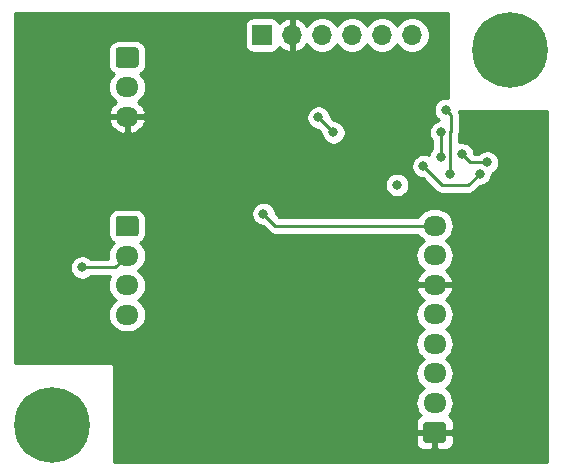
<source format=gbr>
G04 #@! TF.GenerationSoftware,KiCad,Pcbnew,(5.1.5)-3*
G04 #@! TF.CreationDate,2020-11-01T11:24:48+01:00*
G04 #@! TF.ProjectId,KnokooPedalCtrl,4b6e6f6b-6f6f-4506-9564-616c4374726c,v0.2*
G04 #@! TF.SameCoordinates,Original*
G04 #@! TF.FileFunction,Copper,L2,Bot*
G04 #@! TF.FilePolarity,Positive*
%FSLAX46Y46*%
G04 Gerber Fmt 4.6, Leading zero omitted, Abs format (unit mm)*
G04 Created by KiCad (PCBNEW (5.1.5)-3) date 2020-11-01 11:24:48*
%MOMM*%
%LPD*%
G04 APERTURE LIST*
%ADD10O,1.950000X1.700000*%
%ADD11C,0.100000*%
%ADD12O,1.700000X1.700000*%
%ADD13R,1.700000X1.700000*%
%ADD14C,0.800000*%
%ADD15C,6.400000*%
%ADD16C,0.250000*%
%ADD17C,0.254000*%
G04 APERTURE END LIST*
D10*
X64770000Y-82112500D03*
X64770000Y-79612500D03*
X64770000Y-77112500D03*
G04 #@! TA.AperFunction,ComponentPad*
D11*
G36*
X65519504Y-73763704D02*
G01*
X65543773Y-73767304D01*
X65567571Y-73773265D01*
X65590671Y-73781530D01*
X65612849Y-73792020D01*
X65633893Y-73804633D01*
X65653598Y-73819247D01*
X65671777Y-73835723D01*
X65688253Y-73853902D01*
X65702867Y-73873607D01*
X65715480Y-73894651D01*
X65725970Y-73916829D01*
X65734235Y-73939929D01*
X65740196Y-73963727D01*
X65743796Y-73987996D01*
X65745000Y-74012500D01*
X65745000Y-75212500D01*
X65743796Y-75237004D01*
X65740196Y-75261273D01*
X65734235Y-75285071D01*
X65725970Y-75308171D01*
X65715480Y-75330349D01*
X65702867Y-75351393D01*
X65688253Y-75371098D01*
X65671777Y-75389277D01*
X65653598Y-75405753D01*
X65633893Y-75420367D01*
X65612849Y-75432980D01*
X65590671Y-75443470D01*
X65567571Y-75451735D01*
X65543773Y-75457696D01*
X65519504Y-75461296D01*
X65495000Y-75462500D01*
X64045000Y-75462500D01*
X64020496Y-75461296D01*
X63996227Y-75457696D01*
X63972429Y-75451735D01*
X63949329Y-75443470D01*
X63927151Y-75432980D01*
X63906107Y-75420367D01*
X63886402Y-75405753D01*
X63868223Y-75389277D01*
X63851747Y-75371098D01*
X63837133Y-75351393D01*
X63824520Y-75330349D01*
X63814030Y-75308171D01*
X63805765Y-75285071D01*
X63799804Y-75261273D01*
X63796204Y-75237004D01*
X63795000Y-75212500D01*
X63795000Y-74012500D01*
X63796204Y-73987996D01*
X63799804Y-73963727D01*
X63805765Y-73939929D01*
X63814030Y-73916829D01*
X63824520Y-73894651D01*
X63837133Y-73873607D01*
X63851747Y-73853902D01*
X63868223Y-73835723D01*
X63886402Y-73819247D01*
X63906107Y-73804633D01*
X63927151Y-73792020D01*
X63949329Y-73781530D01*
X63972429Y-73773265D01*
X63996227Y-73767304D01*
X64020496Y-73763704D01*
X64045000Y-73762500D01*
X65495000Y-73762500D01*
X65519504Y-73763704D01*
G37*
G04 #@! TD.AperFunction*
D12*
X88900000Y-58420000D03*
X86360000Y-58420000D03*
X83820000Y-58420000D03*
X81280000Y-58420000D03*
X78740000Y-58420000D03*
D13*
X76200000Y-58420000D03*
D10*
X90805000Y-74575000D03*
X90805000Y-77075000D03*
X90805000Y-79575000D03*
X90805000Y-82075000D03*
X90805000Y-84575000D03*
X90805000Y-87075000D03*
X90805000Y-89575000D03*
G04 #@! TA.AperFunction,ComponentPad*
D11*
G36*
X91554504Y-91226204D02*
G01*
X91578773Y-91229804D01*
X91602571Y-91235765D01*
X91625671Y-91244030D01*
X91647849Y-91254520D01*
X91668893Y-91267133D01*
X91688598Y-91281747D01*
X91706777Y-91298223D01*
X91723253Y-91316402D01*
X91737867Y-91336107D01*
X91750480Y-91357151D01*
X91760970Y-91379329D01*
X91769235Y-91402429D01*
X91775196Y-91426227D01*
X91778796Y-91450496D01*
X91780000Y-91475000D01*
X91780000Y-92675000D01*
X91778796Y-92699504D01*
X91775196Y-92723773D01*
X91769235Y-92747571D01*
X91760970Y-92770671D01*
X91750480Y-92792849D01*
X91737867Y-92813893D01*
X91723253Y-92833598D01*
X91706777Y-92851777D01*
X91688598Y-92868253D01*
X91668893Y-92882867D01*
X91647849Y-92895480D01*
X91625671Y-92905970D01*
X91602571Y-92914235D01*
X91578773Y-92920196D01*
X91554504Y-92923796D01*
X91530000Y-92925000D01*
X90080000Y-92925000D01*
X90055496Y-92923796D01*
X90031227Y-92920196D01*
X90007429Y-92914235D01*
X89984329Y-92905970D01*
X89962151Y-92895480D01*
X89941107Y-92882867D01*
X89921402Y-92868253D01*
X89903223Y-92851777D01*
X89886747Y-92833598D01*
X89872133Y-92813893D01*
X89859520Y-92792849D01*
X89849030Y-92770671D01*
X89840765Y-92747571D01*
X89834804Y-92723773D01*
X89831204Y-92699504D01*
X89830000Y-92675000D01*
X89830000Y-91475000D01*
X89831204Y-91450496D01*
X89834804Y-91426227D01*
X89840765Y-91402429D01*
X89849030Y-91379329D01*
X89859520Y-91357151D01*
X89872133Y-91336107D01*
X89886747Y-91316402D01*
X89903223Y-91298223D01*
X89921402Y-91281747D01*
X89941107Y-91267133D01*
X89962151Y-91254520D01*
X89984329Y-91244030D01*
X90007429Y-91235765D01*
X90031227Y-91229804D01*
X90055496Y-91226204D01*
X90080000Y-91225000D01*
X91530000Y-91225000D01*
X91554504Y-91226204D01*
G37*
G04 #@! TD.AperFunction*
D10*
X64770000Y-65325000D03*
X64770000Y-62825000D03*
G04 #@! TA.AperFunction,ComponentPad*
D11*
G36*
X65519504Y-59476204D02*
G01*
X65543773Y-59479804D01*
X65567571Y-59485765D01*
X65590671Y-59494030D01*
X65612849Y-59504520D01*
X65633893Y-59517133D01*
X65653598Y-59531747D01*
X65671777Y-59548223D01*
X65688253Y-59566402D01*
X65702867Y-59586107D01*
X65715480Y-59607151D01*
X65725970Y-59629329D01*
X65734235Y-59652429D01*
X65740196Y-59676227D01*
X65743796Y-59700496D01*
X65745000Y-59725000D01*
X65745000Y-60925000D01*
X65743796Y-60949504D01*
X65740196Y-60973773D01*
X65734235Y-60997571D01*
X65725970Y-61020671D01*
X65715480Y-61042849D01*
X65702867Y-61063893D01*
X65688253Y-61083598D01*
X65671777Y-61101777D01*
X65653598Y-61118253D01*
X65633893Y-61132867D01*
X65612849Y-61145480D01*
X65590671Y-61155970D01*
X65567571Y-61164235D01*
X65543773Y-61170196D01*
X65519504Y-61173796D01*
X65495000Y-61175000D01*
X64045000Y-61175000D01*
X64020496Y-61173796D01*
X63996227Y-61170196D01*
X63972429Y-61164235D01*
X63949329Y-61155970D01*
X63927151Y-61145480D01*
X63906107Y-61132867D01*
X63886402Y-61118253D01*
X63868223Y-61101777D01*
X63851747Y-61083598D01*
X63837133Y-61063893D01*
X63824520Y-61042849D01*
X63814030Y-61020671D01*
X63805765Y-60997571D01*
X63799804Y-60973773D01*
X63796204Y-60949504D01*
X63795000Y-60925000D01*
X63795000Y-59725000D01*
X63796204Y-59700496D01*
X63799804Y-59676227D01*
X63805765Y-59652429D01*
X63814030Y-59629329D01*
X63824520Y-59607151D01*
X63837133Y-59586107D01*
X63851747Y-59566402D01*
X63868223Y-59548223D01*
X63886402Y-59531747D01*
X63906107Y-59517133D01*
X63927151Y-59504520D01*
X63949329Y-59494030D01*
X63972429Y-59485765D01*
X63996227Y-59479804D01*
X64020496Y-59476204D01*
X64045000Y-59475000D01*
X65495000Y-59475000D01*
X65519504Y-59476204D01*
G37*
G04 #@! TD.AperFunction*
D14*
X60117056Y-89742944D03*
X58420000Y-89040000D03*
X56722944Y-89742944D03*
X56020000Y-91440000D03*
X56722944Y-93137056D03*
X58420000Y-93840000D03*
X60117056Y-93137056D03*
X60820000Y-91440000D03*
D15*
X58420000Y-91440000D03*
D14*
X98852056Y-57992944D03*
X97155000Y-57290000D03*
X95457944Y-57992944D03*
X94755000Y-59690000D03*
X95457944Y-61387056D03*
X97155000Y-62090000D03*
X98852056Y-61387056D03*
X99555000Y-59690000D03*
D15*
X97155000Y-59690000D03*
D14*
X87630000Y-71120000D03*
X77470000Y-83820000D03*
X89852500Y-69532500D03*
X94615000Y-70167500D03*
X91349990Y-68769832D03*
X91349990Y-66667472D03*
X92075000Y-70167500D03*
X91757500Y-64770000D03*
X60960000Y-78105000D03*
X76305907Y-73554093D03*
X95250000Y-69215000D03*
X93115005Y-68519777D03*
X82232500Y-66675000D03*
X80962500Y-65405000D03*
D16*
X93662500Y-71120000D02*
X94615000Y-70167500D01*
X89852500Y-69532500D02*
X91440000Y-71120000D01*
X91440000Y-71120000D02*
X93662500Y-71120000D01*
X91349990Y-68769832D02*
X91349990Y-66667472D01*
X92157499Y-66592501D02*
X92157499Y-65169999D01*
X92075000Y-66675000D02*
X92157499Y-66592501D01*
X92157499Y-65169999D02*
X91757500Y-64770000D01*
X92075000Y-70167500D02*
X92075000Y-66675000D01*
X92075000Y-66675000D02*
X92075000Y-66544173D01*
X63777500Y-78105000D02*
X64770000Y-77112500D01*
X60960000Y-78105000D02*
X63777500Y-78105000D01*
X90805000Y-74575000D02*
X77326814Y-74575000D01*
X77326814Y-74575000D02*
X76305907Y-73554093D01*
X93810228Y-69215000D02*
X93115005Y-68519777D01*
X95250000Y-69215000D02*
X93810228Y-69215000D01*
X82232500Y-66675000D02*
X80962500Y-65405000D01*
D17*
G36*
X91948000Y-63752616D02*
G01*
X91859439Y-63735000D01*
X91655561Y-63735000D01*
X91455602Y-63774774D01*
X91267244Y-63852795D01*
X91097726Y-63966063D01*
X90953563Y-64110226D01*
X90840295Y-64279744D01*
X90762274Y-64468102D01*
X90722500Y-64668061D01*
X90722500Y-64871939D01*
X90762274Y-65071898D01*
X90840295Y-65260256D01*
X90953563Y-65429774D01*
X91097726Y-65573937D01*
X91199718Y-65642086D01*
X91048092Y-65672246D01*
X90859734Y-65750267D01*
X90690216Y-65863535D01*
X90546053Y-66007698D01*
X90432785Y-66177216D01*
X90354764Y-66365574D01*
X90314990Y-66565533D01*
X90314990Y-66769411D01*
X90354764Y-66969370D01*
X90432785Y-67157728D01*
X90546053Y-67327246D01*
X90589991Y-67371184D01*
X90589990Y-68066121D01*
X90546053Y-68110058D01*
X90432785Y-68279576D01*
X90354764Y-68467934D01*
X90326769Y-68608673D01*
X90154398Y-68537274D01*
X89954439Y-68497500D01*
X89750561Y-68497500D01*
X89550602Y-68537274D01*
X89362244Y-68615295D01*
X89192726Y-68728563D01*
X89048563Y-68872726D01*
X88935295Y-69042244D01*
X88857274Y-69230602D01*
X88817500Y-69430561D01*
X88817500Y-69634439D01*
X88857274Y-69834398D01*
X88935295Y-70022756D01*
X89048563Y-70192274D01*
X89192726Y-70336437D01*
X89362244Y-70449705D01*
X89550602Y-70527726D01*
X89750561Y-70567500D01*
X89812699Y-70567500D01*
X90876201Y-71631003D01*
X90899999Y-71660001D01*
X90928997Y-71683799D01*
X91015723Y-71754974D01*
X91147753Y-71825546D01*
X91291014Y-71869003D01*
X91402667Y-71880000D01*
X91402676Y-71880000D01*
X91439999Y-71883676D01*
X91477322Y-71880000D01*
X93625178Y-71880000D01*
X93662500Y-71883676D01*
X93699822Y-71880000D01*
X93699833Y-71880000D01*
X93811486Y-71869003D01*
X93954747Y-71825546D01*
X94086776Y-71754974D01*
X94202501Y-71660001D01*
X94226303Y-71630998D01*
X94654802Y-71202500D01*
X94716939Y-71202500D01*
X94916898Y-71162726D01*
X95105256Y-71084705D01*
X95274774Y-70971437D01*
X95418937Y-70827274D01*
X95532205Y-70657756D01*
X95610226Y-70469398D01*
X95650000Y-70269439D01*
X95650000Y-70169591D01*
X95740256Y-70132205D01*
X95909774Y-70018937D01*
X96053937Y-69874774D01*
X96167205Y-69705256D01*
X96245226Y-69516898D01*
X96285000Y-69316939D01*
X96285000Y-69113061D01*
X96245226Y-68913102D01*
X96167205Y-68724744D01*
X96053937Y-68555226D01*
X95909774Y-68411063D01*
X95740256Y-68297795D01*
X95551898Y-68219774D01*
X95351939Y-68180000D01*
X95148061Y-68180000D01*
X94948102Y-68219774D01*
X94759744Y-68297795D01*
X94590226Y-68411063D01*
X94546289Y-68455000D01*
X94150005Y-68455000D01*
X94150005Y-68417838D01*
X94110231Y-68217879D01*
X94032210Y-68029521D01*
X93918942Y-67860003D01*
X93774779Y-67715840D01*
X93605261Y-67602572D01*
X93416903Y-67524551D01*
X93216944Y-67484777D01*
X93013066Y-67484777D01*
X92835000Y-67520196D01*
X92835000Y-66937216D01*
X92863045Y-66884748D01*
X92906502Y-66741487D01*
X92917499Y-66629834D01*
X92917499Y-66629824D01*
X92921175Y-66592502D01*
X92917499Y-66555179D01*
X92917499Y-65207321D01*
X92921175Y-65169998D01*
X92917499Y-65132676D01*
X92917499Y-65132666D01*
X92906502Y-65021013D01*
X92868884Y-64897000D01*
X100305000Y-64897000D01*
X100305000Y-70517418D01*
X100305001Y-70517428D01*
X100305000Y-94590000D01*
X63627000Y-94590000D01*
X63627000Y-92925000D01*
X89191928Y-92925000D01*
X89204188Y-93049482D01*
X89240498Y-93169180D01*
X89299463Y-93279494D01*
X89378815Y-93376185D01*
X89475506Y-93455537D01*
X89585820Y-93514502D01*
X89705518Y-93550812D01*
X89830000Y-93563072D01*
X90519250Y-93560000D01*
X90678000Y-93401250D01*
X90678000Y-92202000D01*
X90932000Y-92202000D01*
X90932000Y-93401250D01*
X91090750Y-93560000D01*
X91780000Y-93563072D01*
X91904482Y-93550812D01*
X92024180Y-93514502D01*
X92134494Y-93455537D01*
X92231185Y-93376185D01*
X92310537Y-93279494D01*
X92369502Y-93169180D01*
X92405812Y-93049482D01*
X92418072Y-92925000D01*
X92415000Y-92360750D01*
X92256250Y-92202000D01*
X90932000Y-92202000D01*
X90678000Y-92202000D01*
X89353750Y-92202000D01*
X89195000Y-92360750D01*
X89191928Y-92925000D01*
X63627000Y-92925000D01*
X63627000Y-86360000D01*
X63624560Y-86335224D01*
X63617333Y-86311399D01*
X63605597Y-86289443D01*
X63589803Y-86270197D01*
X63570557Y-86254403D01*
X63548601Y-86242667D01*
X63524776Y-86235440D01*
X63500000Y-86233000D01*
X55270000Y-86233000D01*
X55270000Y-78003061D01*
X59925000Y-78003061D01*
X59925000Y-78206939D01*
X59964774Y-78406898D01*
X60042795Y-78595256D01*
X60156063Y-78764774D01*
X60300226Y-78908937D01*
X60469744Y-79022205D01*
X60658102Y-79100226D01*
X60858061Y-79140000D01*
X61061939Y-79140000D01*
X61261898Y-79100226D01*
X61450256Y-79022205D01*
X61619774Y-78908937D01*
X61663711Y-78865000D01*
X63360724Y-78865000D01*
X63266401Y-79041466D01*
X63181487Y-79321389D01*
X63152815Y-79612500D01*
X63181487Y-79903611D01*
X63266401Y-80183534D01*
X63404294Y-80441514D01*
X63589866Y-80667634D01*
X63815986Y-80853206D01*
X63833374Y-80862500D01*
X63815986Y-80871794D01*
X63589866Y-81057366D01*
X63404294Y-81283486D01*
X63266401Y-81541466D01*
X63181487Y-81821389D01*
X63152815Y-82112500D01*
X63181487Y-82403611D01*
X63266401Y-82683534D01*
X63404294Y-82941514D01*
X63589866Y-83167634D01*
X63815986Y-83353206D01*
X64073966Y-83491099D01*
X64353889Y-83576013D01*
X64572050Y-83597500D01*
X64967950Y-83597500D01*
X65186111Y-83576013D01*
X65466034Y-83491099D01*
X65724014Y-83353206D01*
X65950134Y-83167634D01*
X66135706Y-82941514D01*
X66273599Y-82683534D01*
X66358513Y-82403611D01*
X66387185Y-82112500D01*
X66383492Y-82075000D01*
X89187815Y-82075000D01*
X89216487Y-82366111D01*
X89301401Y-82646034D01*
X89439294Y-82904014D01*
X89624866Y-83130134D01*
X89850986Y-83315706D01*
X89868374Y-83325000D01*
X89850986Y-83334294D01*
X89624866Y-83519866D01*
X89439294Y-83745986D01*
X89301401Y-84003966D01*
X89216487Y-84283889D01*
X89187815Y-84575000D01*
X89216487Y-84866111D01*
X89301401Y-85146034D01*
X89439294Y-85404014D01*
X89624866Y-85630134D01*
X89850986Y-85815706D01*
X89868374Y-85825000D01*
X89850986Y-85834294D01*
X89624866Y-86019866D01*
X89439294Y-86245986D01*
X89301401Y-86503966D01*
X89216487Y-86783889D01*
X89187815Y-87075000D01*
X89216487Y-87366111D01*
X89301401Y-87646034D01*
X89439294Y-87904014D01*
X89624866Y-88130134D01*
X89850986Y-88315706D01*
X89868374Y-88325000D01*
X89850986Y-88334294D01*
X89624866Y-88519866D01*
X89439294Y-88745986D01*
X89301401Y-89003966D01*
X89216487Y-89283889D01*
X89187815Y-89575000D01*
X89216487Y-89866111D01*
X89301401Y-90146034D01*
X89439294Y-90404014D01*
X89620608Y-90624945D01*
X89585820Y-90635498D01*
X89475506Y-90694463D01*
X89378815Y-90773815D01*
X89299463Y-90870506D01*
X89240498Y-90980820D01*
X89204188Y-91100518D01*
X89191928Y-91225000D01*
X89195000Y-91789250D01*
X89353750Y-91948000D01*
X90678000Y-91948000D01*
X90678000Y-91928000D01*
X90932000Y-91928000D01*
X90932000Y-91948000D01*
X92256250Y-91948000D01*
X92415000Y-91789250D01*
X92418072Y-91225000D01*
X92405812Y-91100518D01*
X92369502Y-90980820D01*
X92310537Y-90870506D01*
X92231185Y-90773815D01*
X92134494Y-90694463D01*
X92024180Y-90635498D01*
X91989392Y-90624945D01*
X92170706Y-90404014D01*
X92308599Y-90146034D01*
X92393513Y-89866111D01*
X92422185Y-89575000D01*
X92393513Y-89283889D01*
X92308599Y-89003966D01*
X92170706Y-88745986D01*
X91985134Y-88519866D01*
X91759014Y-88334294D01*
X91741626Y-88325000D01*
X91759014Y-88315706D01*
X91985134Y-88130134D01*
X92170706Y-87904014D01*
X92308599Y-87646034D01*
X92393513Y-87366111D01*
X92422185Y-87075000D01*
X92393513Y-86783889D01*
X92308599Y-86503966D01*
X92170706Y-86245986D01*
X91985134Y-86019866D01*
X91759014Y-85834294D01*
X91741626Y-85825000D01*
X91759014Y-85815706D01*
X91985134Y-85630134D01*
X92170706Y-85404014D01*
X92308599Y-85146034D01*
X92393513Y-84866111D01*
X92422185Y-84575000D01*
X92393513Y-84283889D01*
X92308599Y-84003966D01*
X92170706Y-83745986D01*
X91985134Y-83519866D01*
X91759014Y-83334294D01*
X91741626Y-83325000D01*
X91759014Y-83315706D01*
X91985134Y-83130134D01*
X92170706Y-82904014D01*
X92308599Y-82646034D01*
X92393513Y-82366111D01*
X92422185Y-82075000D01*
X92393513Y-81783889D01*
X92308599Y-81503966D01*
X92170706Y-81245986D01*
X91985134Y-81019866D01*
X91759014Y-80834294D01*
X91733278Y-80820538D01*
X91939429Y-80664049D01*
X92132496Y-80446193D01*
X92279352Y-80194858D01*
X92371476Y-79931890D01*
X92250155Y-79702000D01*
X90932000Y-79702000D01*
X90932000Y-79722000D01*
X90678000Y-79722000D01*
X90678000Y-79702000D01*
X89359845Y-79702000D01*
X89238524Y-79931890D01*
X89330648Y-80194858D01*
X89477504Y-80446193D01*
X89670571Y-80664049D01*
X89876722Y-80820538D01*
X89850986Y-80834294D01*
X89624866Y-81019866D01*
X89439294Y-81245986D01*
X89301401Y-81503966D01*
X89216487Y-81783889D01*
X89187815Y-82075000D01*
X66383492Y-82075000D01*
X66358513Y-81821389D01*
X66273599Y-81541466D01*
X66135706Y-81283486D01*
X65950134Y-81057366D01*
X65724014Y-80871794D01*
X65706626Y-80862500D01*
X65724014Y-80853206D01*
X65950134Y-80667634D01*
X66135706Y-80441514D01*
X66273599Y-80183534D01*
X66358513Y-79903611D01*
X66387185Y-79612500D01*
X66358513Y-79321389D01*
X66273599Y-79041466D01*
X66135706Y-78783486D01*
X65950134Y-78557366D01*
X65724014Y-78371794D01*
X65706626Y-78362500D01*
X65724014Y-78353206D01*
X65950134Y-78167634D01*
X66135706Y-77941514D01*
X66273599Y-77683534D01*
X66358513Y-77403611D01*
X66387185Y-77112500D01*
X66358513Y-76821389D01*
X66273599Y-76541466D01*
X66135706Y-76283486D01*
X65950134Y-76057366D01*
X65886663Y-76005277D01*
X65988386Y-75950905D01*
X66122962Y-75840462D01*
X66233405Y-75705886D01*
X66315472Y-75552350D01*
X66366008Y-75385754D01*
X66383072Y-75212500D01*
X66383072Y-74012500D01*
X66366008Y-73839246D01*
X66315472Y-73672650D01*
X66233405Y-73519114D01*
X66178453Y-73452154D01*
X75270907Y-73452154D01*
X75270907Y-73656032D01*
X75310681Y-73855991D01*
X75388702Y-74044349D01*
X75501970Y-74213867D01*
X75646133Y-74358030D01*
X75815651Y-74471298D01*
X76004009Y-74549319D01*
X76203968Y-74589093D01*
X76266106Y-74589093D01*
X76763015Y-75086003D01*
X76786813Y-75115001D01*
X76815811Y-75138799D01*
X76902538Y-75209974D01*
X77034567Y-75280546D01*
X77177828Y-75324003D01*
X77326814Y-75338677D01*
X77364147Y-75335000D01*
X89402405Y-75335000D01*
X89439294Y-75404014D01*
X89624866Y-75630134D01*
X89850986Y-75815706D01*
X89868374Y-75825000D01*
X89850986Y-75834294D01*
X89624866Y-76019866D01*
X89439294Y-76245986D01*
X89301401Y-76503966D01*
X89216487Y-76783889D01*
X89187815Y-77075000D01*
X89216487Y-77366111D01*
X89301401Y-77646034D01*
X89439294Y-77904014D01*
X89624866Y-78130134D01*
X89850986Y-78315706D01*
X89876722Y-78329462D01*
X89670571Y-78485951D01*
X89477504Y-78703807D01*
X89330648Y-78955142D01*
X89238524Y-79218110D01*
X89359845Y-79448000D01*
X90678000Y-79448000D01*
X90678000Y-79428000D01*
X90932000Y-79428000D01*
X90932000Y-79448000D01*
X92250155Y-79448000D01*
X92371476Y-79218110D01*
X92279352Y-78955142D01*
X92132496Y-78703807D01*
X91939429Y-78485951D01*
X91733278Y-78329462D01*
X91759014Y-78315706D01*
X91985134Y-78130134D01*
X92170706Y-77904014D01*
X92308599Y-77646034D01*
X92393513Y-77366111D01*
X92422185Y-77075000D01*
X92393513Y-76783889D01*
X92308599Y-76503966D01*
X92170706Y-76245986D01*
X91985134Y-76019866D01*
X91759014Y-75834294D01*
X91741626Y-75825000D01*
X91759014Y-75815706D01*
X91985134Y-75630134D01*
X92170706Y-75404014D01*
X92308599Y-75146034D01*
X92393513Y-74866111D01*
X92422185Y-74575000D01*
X92393513Y-74283889D01*
X92308599Y-74003966D01*
X92170706Y-73745986D01*
X91985134Y-73519866D01*
X91759014Y-73334294D01*
X91501034Y-73196401D01*
X91221111Y-73111487D01*
X91002950Y-73090000D01*
X90607050Y-73090000D01*
X90388889Y-73111487D01*
X90108966Y-73196401D01*
X89850986Y-73334294D01*
X89624866Y-73519866D01*
X89439294Y-73745986D01*
X89402405Y-73815000D01*
X77641616Y-73815000D01*
X77340907Y-73514292D01*
X77340907Y-73452154D01*
X77301133Y-73252195D01*
X77223112Y-73063837D01*
X77109844Y-72894319D01*
X76965681Y-72750156D01*
X76796163Y-72636888D01*
X76607805Y-72558867D01*
X76407846Y-72519093D01*
X76203968Y-72519093D01*
X76004009Y-72558867D01*
X75815651Y-72636888D01*
X75646133Y-72750156D01*
X75501970Y-72894319D01*
X75388702Y-73063837D01*
X75310681Y-73252195D01*
X75270907Y-73452154D01*
X66178453Y-73452154D01*
X66122962Y-73384538D01*
X65988386Y-73274095D01*
X65834850Y-73192028D01*
X65668254Y-73141492D01*
X65495000Y-73124428D01*
X64045000Y-73124428D01*
X63871746Y-73141492D01*
X63705150Y-73192028D01*
X63551614Y-73274095D01*
X63417038Y-73384538D01*
X63306595Y-73519114D01*
X63224528Y-73672650D01*
X63173992Y-73839246D01*
X63156928Y-74012500D01*
X63156928Y-75212500D01*
X63173992Y-75385754D01*
X63224528Y-75552350D01*
X63306595Y-75705886D01*
X63417038Y-75840462D01*
X63551614Y-75950905D01*
X63653337Y-76005277D01*
X63589866Y-76057366D01*
X63404294Y-76283486D01*
X63266401Y-76541466D01*
X63181487Y-76821389D01*
X63152815Y-77112500D01*
X63175714Y-77345000D01*
X61663711Y-77345000D01*
X61619774Y-77301063D01*
X61450256Y-77187795D01*
X61261898Y-77109774D01*
X61061939Y-77070000D01*
X60858061Y-77070000D01*
X60658102Y-77109774D01*
X60469744Y-77187795D01*
X60300226Y-77301063D01*
X60156063Y-77445226D01*
X60042795Y-77614744D01*
X59964774Y-77803102D01*
X59925000Y-78003061D01*
X55270000Y-78003061D01*
X55270000Y-71018061D01*
X86595000Y-71018061D01*
X86595000Y-71221939D01*
X86634774Y-71421898D01*
X86712795Y-71610256D01*
X86826063Y-71779774D01*
X86970226Y-71923937D01*
X87139744Y-72037205D01*
X87328102Y-72115226D01*
X87528061Y-72155000D01*
X87731939Y-72155000D01*
X87931898Y-72115226D01*
X88120256Y-72037205D01*
X88289774Y-71923937D01*
X88433937Y-71779774D01*
X88547205Y-71610256D01*
X88625226Y-71421898D01*
X88665000Y-71221939D01*
X88665000Y-71018061D01*
X88625226Y-70818102D01*
X88547205Y-70629744D01*
X88433937Y-70460226D01*
X88289774Y-70316063D01*
X88120256Y-70202795D01*
X87931898Y-70124774D01*
X87731939Y-70085000D01*
X87528061Y-70085000D01*
X87328102Y-70124774D01*
X87139744Y-70202795D01*
X86970226Y-70316063D01*
X86826063Y-70460226D01*
X86712795Y-70629744D01*
X86634774Y-70818102D01*
X86595000Y-71018061D01*
X55270000Y-71018061D01*
X55270000Y-65681890D01*
X63203524Y-65681890D01*
X63295648Y-65944858D01*
X63442504Y-66196193D01*
X63635571Y-66414049D01*
X63867430Y-66590053D01*
X64129170Y-66717442D01*
X64410733Y-66791320D01*
X64643000Y-66651165D01*
X64643000Y-65452000D01*
X64897000Y-65452000D01*
X64897000Y-66651165D01*
X65129267Y-66791320D01*
X65410830Y-66717442D01*
X65672570Y-66590053D01*
X65904429Y-66414049D01*
X66097496Y-66196193D01*
X66244352Y-65944858D01*
X66336476Y-65681890D01*
X66215155Y-65452000D01*
X64897000Y-65452000D01*
X64643000Y-65452000D01*
X63324845Y-65452000D01*
X63203524Y-65681890D01*
X55270000Y-65681890D01*
X55270000Y-65303061D01*
X79927500Y-65303061D01*
X79927500Y-65506939D01*
X79967274Y-65706898D01*
X80045295Y-65895256D01*
X80158563Y-66064774D01*
X80302726Y-66208937D01*
X80472244Y-66322205D01*
X80660602Y-66400226D01*
X80860561Y-66440000D01*
X80922699Y-66440000D01*
X81197500Y-66714802D01*
X81197500Y-66776939D01*
X81237274Y-66976898D01*
X81315295Y-67165256D01*
X81428563Y-67334774D01*
X81572726Y-67478937D01*
X81742244Y-67592205D01*
X81930602Y-67670226D01*
X82130561Y-67710000D01*
X82334439Y-67710000D01*
X82534398Y-67670226D01*
X82722756Y-67592205D01*
X82892274Y-67478937D01*
X83036437Y-67334774D01*
X83149705Y-67165256D01*
X83227726Y-66976898D01*
X83267500Y-66776939D01*
X83267500Y-66573061D01*
X83227726Y-66373102D01*
X83149705Y-66184744D01*
X83036437Y-66015226D01*
X82892274Y-65871063D01*
X82722756Y-65757795D01*
X82534398Y-65679774D01*
X82334439Y-65640000D01*
X82272302Y-65640000D01*
X81997500Y-65365199D01*
X81997500Y-65303061D01*
X81957726Y-65103102D01*
X81879705Y-64914744D01*
X81766437Y-64745226D01*
X81622274Y-64601063D01*
X81452756Y-64487795D01*
X81264398Y-64409774D01*
X81064439Y-64370000D01*
X80860561Y-64370000D01*
X80660602Y-64409774D01*
X80472244Y-64487795D01*
X80302726Y-64601063D01*
X80158563Y-64745226D01*
X80045295Y-64914744D01*
X79967274Y-65103102D01*
X79927500Y-65303061D01*
X55270000Y-65303061D01*
X55270000Y-62825000D01*
X63152815Y-62825000D01*
X63181487Y-63116111D01*
X63266401Y-63396034D01*
X63404294Y-63654014D01*
X63589866Y-63880134D01*
X63815986Y-64065706D01*
X63841722Y-64079462D01*
X63635571Y-64235951D01*
X63442504Y-64453807D01*
X63295648Y-64705142D01*
X63203524Y-64968110D01*
X63324845Y-65198000D01*
X64643000Y-65198000D01*
X64643000Y-65178000D01*
X64897000Y-65178000D01*
X64897000Y-65198000D01*
X66215155Y-65198000D01*
X66336476Y-64968110D01*
X66244352Y-64705142D01*
X66097496Y-64453807D01*
X65904429Y-64235951D01*
X65698278Y-64079462D01*
X65724014Y-64065706D01*
X65950134Y-63880134D01*
X66135706Y-63654014D01*
X66273599Y-63396034D01*
X66358513Y-63116111D01*
X66387185Y-62825000D01*
X66358513Y-62533889D01*
X66273599Y-62253966D01*
X66135706Y-61995986D01*
X65950134Y-61769866D01*
X65886663Y-61717777D01*
X65988386Y-61663405D01*
X66122962Y-61552962D01*
X66233405Y-61418386D01*
X66315472Y-61264850D01*
X66366008Y-61098254D01*
X66383072Y-60925000D01*
X66383072Y-59725000D01*
X66366008Y-59551746D01*
X66315472Y-59385150D01*
X66233405Y-59231614D01*
X66122962Y-59097038D01*
X65988386Y-58986595D01*
X65834850Y-58904528D01*
X65668254Y-58853992D01*
X65495000Y-58836928D01*
X64045000Y-58836928D01*
X63871746Y-58853992D01*
X63705150Y-58904528D01*
X63551614Y-58986595D01*
X63417038Y-59097038D01*
X63306595Y-59231614D01*
X63224528Y-59385150D01*
X63173992Y-59551746D01*
X63156928Y-59725000D01*
X63156928Y-60925000D01*
X63173992Y-61098254D01*
X63224528Y-61264850D01*
X63306595Y-61418386D01*
X63417038Y-61552962D01*
X63551614Y-61663405D01*
X63653337Y-61717777D01*
X63589866Y-61769866D01*
X63404294Y-61995986D01*
X63266401Y-62253966D01*
X63181487Y-62533889D01*
X63152815Y-62825000D01*
X55270000Y-62825000D01*
X55270000Y-57570000D01*
X74711928Y-57570000D01*
X74711928Y-59270000D01*
X74724188Y-59394482D01*
X74760498Y-59514180D01*
X74819463Y-59624494D01*
X74898815Y-59721185D01*
X74995506Y-59800537D01*
X75105820Y-59859502D01*
X75225518Y-59895812D01*
X75350000Y-59908072D01*
X77050000Y-59908072D01*
X77174482Y-59895812D01*
X77294180Y-59859502D01*
X77404494Y-59800537D01*
X77501185Y-59721185D01*
X77580537Y-59624494D01*
X77639502Y-59514180D01*
X77663966Y-59433534D01*
X77739731Y-59517588D01*
X77973080Y-59691641D01*
X78235901Y-59816825D01*
X78383110Y-59861476D01*
X78613000Y-59740155D01*
X78613000Y-58547000D01*
X78593000Y-58547000D01*
X78593000Y-58293000D01*
X78613000Y-58293000D01*
X78613000Y-57099845D01*
X78867000Y-57099845D01*
X78867000Y-58293000D01*
X78887000Y-58293000D01*
X78887000Y-58547000D01*
X78867000Y-58547000D01*
X78867000Y-59740155D01*
X79096890Y-59861476D01*
X79244099Y-59816825D01*
X79506920Y-59691641D01*
X79740269Y-59517588D01*
X79935178Y-59301355D01*
X80004805Y-59184466D01*
X80126525Y-59366632D01*
X80333368Y-59573475D01*
X80576589Y-59735990D01*
X80846842Y-59847932D01*
X81133740Y-59905000D01*
X81426260Y-59905000D01*
X81713158Y-59847932D01*
X81983411Y-59735990D01*
X82226632Y-59573475D01*
X82433475Y-59366632D01*
X82550000Y-59192240D01*
X82666525Y-59366632D01*
X82873368Y-59573475D01*
X83116589Y-59735990D01*
X83386842Y-59847932D01*
X83673740Y-59905000D01*
X83966260Y-59905000D01*
X84253158Y-59847932D01*
X84523411Y-59735990D01*
X84766632Y-59573475D01*
X84973475Y-59366632D01*
X85090000Y-59192240D01*
X85206525Y-59366632D01*
X85413368Y-59573475D01*
X85656589Y-59735990D01*
X85926842Y-59847932D01*
X86213740Y-59905000D01*
X86506260Y-59905000D01*
X86793158Y-59847932D01*
X87063411Y-59735990D01*
X87306632Y-59573475D01*
X87513475Y-59366632D01*
X87630000Y-59192240D01*
X87746525Y-59366632D01*
X87953368Y-59573475D01*
X88196589Y-59735990D01*
X88466842Y-59847932D01*
X88753740Y-59905000D01*
X89046260Y-59905000D01*
X89333158Y-59847932D01*
X89603411Y-59735990D01*
X89846632Y-59573475D01*
X90053475Y-59366632D01*
X90215990Y-59123411D01*
X90327932Y-58853158D01*
X90385000Y-58566260D01*
X90385000Y-58273740D01*
X90327932Y-57986842D01*
X90215990Y-57716589D01*
X90053475Y-57473368D01*
X89846632Y-57266525D01*
X89603411Y-57104010D01*
X89333158Y-56992068D01*
X89046260Y-56935000D01*
X88753740Y-56935000D01*
X88466842Y-56992068D01*
X88196589Y-57104010D01*
X87953368Y-57266525D01*
X87746525Y-57473368D01*
X87630000Y-57647760D01*
X87513475Y-57473368D01*
X87306632Y-57266525D01*
X87063411Y-57104010D01*
X86793158Y-56992068D01*
X86506260Y-56935000D01*
X86213740Y-56935000D01*
X85926842Y-56992068D01*
X85656589Y-57104010D01*
X85413368Y-57266525D01*
X85206525Y-57473368D01*
X85090000Y-57647760D01*
X84973475Y-57473368D01*
X84766632Y-57266525D01*
X84523411Y-57104010D01*
X84253158Y-56992068D01*
X83966260Y-56935000D01*
X83673740Y-56935000D01*
X83386842Y-56992068D01*
X83116589Y-57104010D01*
X82873368Y-57266525D01*
X82666525Y-57473368D01*
X82550000Y-57647760D01*
X82433475Y-57473368D01*
X82226632Y-57266525D01*
X81983411Y-57104010D01*
X81713158Y-56992068D01*
X81426260Y-56935000D01*
X81133740Y-56935000D01*
X80846842Y-56992068D01*
X80576589Y-57104010D01*
X80333368Y-57266525D01*
X80126525Y-57473368D01*
X80004805Y-57655534D01*
X79935178Y-57538645D01*
X79740269Y-57322412D01*
X79506920Y-57148359D01*
X79244099Y-57023175D01*
X79096890Y-56978524D01*
X78867000Y-57099845D01*
X78613000Y-57099845D01*
X78383110Y-56978524D01*
X78235901Y-57023175D01*
X77973080Y-57148359D01*
X77739731Y-57322412D01*
X77663966Y-57406466D01*
X77639502Y-57325820D01*
X77580537Y-57215506D01*
X77501185Y-57118815D01*
X77404494Y-57039463D01*
X77294180Y-56980498D01*
X77174482Y-56944188D01*
X77050000Y-56931928D01*
X75350000Y-56931928D01*
X75225518Y-56944188D01*
X75105820Y-56980498D01*
X74995506Y-57039463D01*
X74898815Y-57118815D01*
X74819463Y-57215506D01*
X74760498Y-57325820D01*
X74724188Y-57445518D01*
X74711928Y-57570000D01*
X55270000Y-57570000D01*
X55270000Y-56540000D01*
X91948000Y-56540000D01*
X91948000Y-63752616D01*
G37*
X91948000Y-63752616D02*
X91859439Y-63735000D01*
X91655561Y-63735000D01*
X91455602Y-63774774D01*
X91267244Y-63852795D01*
X91097726Y-63966063D01*
X90953563Y-64110226D01*
X90840295Y-64279744D01*
X90762274Y-64468102D01*
X90722500Y-64668061D01*
X90722500Y-64871939D01*
X90762274Y-65071898D01*
X90840295Y-65260256D01*
X90953563Y-65429774D01*
X91097726Y-65573937D01*
X91199718Y-65642086D01*
X91048092Y-65672246D01*
X90859734Y-65750267D01*
X90690216Y-65863535D01*
X90546053Y-66007698D01*
X90432785Y-66177216D01*
X90354764Y-66365574D01*
X90314990Y-66565533D01*
X90314990Y-66769411D01*
X90354764Y-66969370D01*
X90432785Y-67157728D01*
X90546053Y-67327246D01*
X90589991Y-67371184D01*
X90589990Y-68066121D01*
X90546053Y-68110058D01*
X90432785Y-68279576D01*
X90354764Y-68467934D01*
X90326769Y-68608673D01*
X90154398Y-68537274D01*
X89954439Y-68497500D01*
X89750561Y-68497500D01*
X89550602Y-68537274D01*
X89362244Y-68615295D01*
X89192726Y-68728563D01*
X89048563Y-68872726D01*
X88935295Y-69042244D01*
X88857274Y-69230602D01*
X88817500Y-69430561D01*
X88817500Y-69634439D01*
X88857274Y-69834398D01*
X88935295Y-70022756D01*
X89048563Y-70192274D01*
X89192726Y-70336437D01*
X89362244Y-70449705D01*
X89550602Y-70527726D01*
X89750561Y-70567500D01*
X89812699Y-70567500D01*
X90876201Y-71631003D01*
X90899999Y-71660001D01*
X90928997Y-71683799D01*
X91015723Y-71754974D01*
X91147753Y-71825546D01*
X91291014Y-71869003D01*
X91402667Y-71880000D01*
X91402676Y-71880000D01*
X91439999Y-71883676D01*
X91477322Y-71880000D01*
X93625178Y-71880000D01*
X93662500Y-71883676D01*
X93699822Y-71880000D01*
X93699833Y-71880000D01*
X93811486Y-71869003D01*
X93954747Y-71825546D01*
X94086776Y-71754974D01*
X94202501Y-71660001D01*
X94226303Y-71630998D01*
X94654802Y-71202500D01*
X94716939Y-71202500D01*
X94916898Y-71162726D01*
X95105256Y-71084705D01*
X95274774Y-70971437D01*
X95418937Y-70827274D01*
X95532205Y-70657756D01*
X95610226Y-70469398D01*
X95650000Y-70269439D01*
X95650000Y-70169591D01*
X95740256Y-70132205D01*
X95909774Y-70018937D01*
X96053937Y-69874774D01*
X96167205Y-69705256D01*
X96245226Y-69516898D01*
X96285000Y-69316939D01*
X96285000Y-69113061D01*
X96245226Y-68913102D01*
X96167205Y-68724744D01*
X96053937Y-68555226D01*
X95909774Y-68411063D01*
X95740256Y-68297795D01*
X95551898Y-68219774D01*
X95351939Y-68180000D01*
X95148061Y-68180000D01*
X94948102Y-68219774D01*
X94759744Y-68297795D01*
X94590226Y-68411063D01*
X94546289Y-68455000D01*
X94150005Y-68455000D01*
X94150005Y-68417838D01*
X94110231Y-68217879D01*
X94032210Y-68029521D01*
X93918942Y-67860003D01*
X93774779Y-67715840D01*
X93605261Y-67602572D01*
X93416903Y-67524551D01*
X93216944Y-67484777D01*
X93013066Y-67484777D01*
X92835000Y-67520196D01*
X92835000Y-66937216D01*
X92863045Y-66884748D01*
X92906502Y-66741487D01*
X92917499Y-66629834D01*
X92917499Y-66629824D01*
X92921175Y-66592502D01*
X92917499Y-66555179D01*
X92917499Y-65207321D01*
X92921175Y-65169998D01*
X92917499Y-65132676D01*
X92917499Y-65132666D01*
X92906502Y-65021013D01*
X92868884Y-64897000D01*
X100305000Y-64897000D01*
X100305000Y-70517418D01*
X100305001Y-70517428D01*
X100305000Y-94590000D01*
X63627000Y-94590000D01*
X63627000Y-92925000D01*
X89191928Y-92925000D01*
X89204188Y-93049482D01*
X89240498Y-93169180D01*
X89299463Y-93279494D01*
X89378815Y-93376185D01*
X89475506Y-93455537D01*
X89585820Y-93514502D01*
X89705518Y-93550812D01*
X89830000Y-93563072D01*
X90519250Y-93560000D01*
X90678000Y-93401250D01*
X90678000Y-92202000D01*
X90932000Y-92202000D01*
X90932000Y-93401250D01*
X91090750Y-93560000D01*
X91780000Y-93563072D01*
X91904482Y-93550812D01*
X92024180Y-93514502D01*
X92134494Y-93455537D01*
X92231185Y-93376185D01*
X92310537Y-93279494D01*
X92369502Y-93169180D01*
X92405812Y-93049482D01*
X92418072Y-92925000D01*
X92415000Y-92360750D01*
X92256250Y-92202000D01*
X90932000Y-92202000D01*
X90678000Y-92202000D01*
X89353750Y-92202000D01*
X89195000Y-92360750D01*
X89191928Y-92925000D01*
X63627000Y-92925000D01*
X63627000Y-86360000D01*
X63624560Y-86335224D01*
X63617333Y-86311399D01*
X63605597Y-86289443D01*
X63589803Y-86270197D01*
X63570557Y-86254403D01*
X63548601Y-86242667D01*
X63524776Y-86235440D01*
X63500000Y-86233000D01*
X55270000Y-86233000D01*
X55270000Y-78003061D01*
X59925000Y-78003061D01*
X59925000Y-78206939D01*
X59964774Y-78406898D01*
X60042795Y-78595256D01*
X60156063Y-78764774D01*
X60300226Y-78908937D01*
X60469744Y-79022205D01*
X60658102Y-79100226D01*
X60858061Y-79140000D01*
X61061939Y-79140000D01*
X61261898Y-79100226D01*
X61450256Y-79022205D01*
X61619774Y-78908937D01*
X61663711Y-78865000D01*
X63360724Y-78865000D01*
X63266401Y-79041466D01*
X63181487Y-79321389D01*
X63152815Y-79612500D01*
X63181487Y-79903611D01*
X63266401Y-80183534D01*
X63404294Y-80441514D01*
X63589866Y-80667634D01*
X63815986Y-80853206D01*
X63833374Y-80862500D01*
X63815986Y-80871794D01*
X63589866Y-81057366D01*
X63404294Y-81283486D01*
X63266401Y-81541466D01*
X63181487Y-81821389D01*
X63152815Y-82112500D01*
X63181487Y-82403611D01*
X63266401Y-82683534D01*
X63404294Y-82941514D01*
X63589866Y-83167634D01*
X63815986Y-83353206D01*
X64073966Y-83491099D01*
X64353889Y-83576013D01*
X64572050Y-83597500D01*
X64967950Y-83597500D01*
X65186111Y-83576013D01*
X65466034Y-83491099D01*
X65724014Y-83353206D01*
X65950134Y-83167634D01*
X66135706Y-82941514D01*
X66273599Y-82683534D01*
X66358513Y-82403611D01*
X66387185Y-82112500D01*
X66383492Y-82075000D01*
X89187815Y-82075000D01*
X89216487Y-82366111D01*
X89301401Y-82646034D01*
X89439294Y-82904014D01*
X89624866Y-83130134D01*
X89850986Y-83315706D01*
X89868374Y-83325000D01*
X89850986Y-83334294D01*
X89624866Y-83519866D01*
X89439294Y-83745986D01*
X89301401Y-84003966D01*
X89216487Y-84283889D01*
X89187815Y-84575000D01*
X89216487Y-84866111D01*
X89301401Y-85146034D01*
X89439294Y-85404014D01*
X89624866Y-85630134D01*
X89850986Y-85815706D01*
X89868374Y-85825000D01*
X89850986Y-85834294D01*
X89624866Y-86019866D01*
X89439294Y-86245986D01*
X89301401Y-86503966D01*
X89216487Y-86783889D01*
X89187815Y-87075000D01*
X89216487Y-87366111D01*
X89301401Y-87646034D01*
X89439294Y-87904014D01*
X89624866Y-88130134D01*
X89850986Y-88315706D01*
X89868374Y-88325000D01*
X89850986Y-88334294D01*
X89624866Y-88519866D01*
X89439294Y-88745986D01*
X89301401Y-89003966D01*
X89216487Y-89283889D01*
X89187815Y-89575000D01*
X89216487Y-89866111D01*
X89301401Y-90146034D01*
X89439294Y-90404014D01*
X89620608Y-90624945D01*
X89585820Y-90635498D01*
X89475506Y-90694463D01*
X89378815Y-90773815D01*
X89299463Y-90870506D01*
X89240498Y-90980820D01*
X89204188Y-91100518D01*
X89191928Y-91225000D01*
X89195000Y-91789250D01*
X89353750Y-91948000D01*
X90678000Y-91948000D01*
X90678000Y-91928000D01*
X90932000Y-91928000D01*
X90932000Y-91948000D01*
X92256250Y-91948000D01*
X92415000Y-91789250D01*
X92418072Y-91225000D01*
X92405812Y-91100518D01*
X92369502Y-90980820D01*
X92310537Y-90870506D01*
X92231185Y-90773815D01*
X92134494Y-90694463D01*
X92024180Y-90635498D01*
X91989392Y-90624945D01*
X92170706Y-90404014D01*
X92308599Y-90146034D01*
X92393513Y-89866111D01*
X92422185Y-89575000D01*
X92393513Y-89283889D01*
X92308599Y-89003966D01*
X92170706Y-88745986D01*
X91985134Y-88519866D01*
X91759014Y-88334294D01*
X91741626Y-88325000D01*
X91759014Y-88315706D01*
X91985134Y-88130134D01*
X92170706Y-87904014D01*
X92308599Y-87646034D01*
X92393513Y-87366111D01*
X92422185Y-87075000D01*
X92393513Y-86783889D01*
X92308599Y-86503966D01*
X92170706Y-86245986D01*
X91985134Y-86019866D01*
X91759014Y-85834294D01*
X91741626Y-85825000D01*
X91759014Y-85815706D01*
X91985134Y-85630134D01*
X92170706Y-85404014D01*
X92308599Y-85146034D01*
X92393513Y-84866111D01*
X92422185Y-84575000D01*
X92393513Y-84283889D01*
X92308599Y-84003966D01*
X92170706Y-83745986D01*
X91985134Y-83519866D01*
X91759014Y-83334294D01*
X91741626Y-83325000D01*
X91759014Y-83315706D01*
X91985134Y-83130134D01*
X92170706Y-82904014D01*
X92308599Y-82646034D01*
X92393513Y-82366111D01*
X92422185Y-82075000D01*
X92393513Y-81783889D01*
X92308599Y-81503966D01*
X92170706Y-81245986D01*
X91985134Y-81019866D01*
X91759014Y-80834294D01*
X91733278Y-80820538D01*
X91939429Y-80664049D01*
X92132496Y-80446193D01*
X92279352Y-80194858D01*
X92371476Y-79931890D01*
X92250155Y-79702000D01*
X90932000Y-79702000D01*
X90932000Y-79722000D01*
X90678000Y-79722000D01*
X90678000Y-79702000D01*
X89359845Y-79702000D01*
X89238524Y-79931890D01*
X89330648Y-80194858D01*
X89477504Y-80446193D01*
X89670571Y-80664049D01*
X89876722Y-80820538D01*
X89850986Y-80834294D01*
X89624866Y-81019866D01*
X89439294Y-81245986D01*
X89301401Y-81503966D01*
X89216487Y-81783889D01*
X89187815Y-82075000D01*
X66383492Y-82075000D01*
X66358513Y-81821389D01*
X66273599Y-81541466D01*
X66135706Y-81283486D01*
X65950134Y-81057366D01*
X65724014Y-80871794D01*
X65706626Y-80862500D01*
X65724014Y-80853206D01*
X65950134Y-80667634D01*
X66135706Y-80441514D01*
X66273599Y-80183534D01*
X66358513Y-79903611D01*
X66387185Y-79612500D01*
X66358513Y-79321389D01*
X66273599Y-79041466D01*
X66135706Y-78783486D01*
X65950134Y-78557366D01*
X65724014Y-78371794D01*
X65706626Y-78362500D01*
X65724014Y-78353206D01*
X65950134Y-78167634D01*
X66135706Y-77941514D01*
X66273599Y-77683534D01*
X66358513Y-77403611D01*
X66387185Y-77112500D01*
X66358513Y-76821389D01*
X66273599Y-76541466D01*
X66135706Y-76283486D01*
X65950134Y-76057366D01*
X65886663Y-76005277D01*
X65988386Y-75950905D01*
X66122962Y-75840462D01*
X66233405Y-75705886D01*
X66315472Y-75552350D01*
X66366008Y-75385754D01*
X66383072Y-75212500D01*
X66383072Y-74012500D01*
X66366008Y-73839246D01*
X66315472Y-73672650D01*
X66233405Y-73519114D01*
X66178453Y-73452154D01*
X75270907Y-73452154D01*
X75270907Y-73656032D01*
X75310681Y-73855991D01*
X75388702Y-74044349D01*
X75501970Y-74213867D01*
X75646133Y-74358030D01*
X75815651Y-74471298D01*
X76004009Y-74549319D01*
X76203968Y-74589093D01*
X76266106Y-74589093D01*
X76763015Y-75086003D01*
X76786813Y-75115001D01*
X76815811Y-75138799D01*
X76902538Y-75209974D01*
X77034567Y-75280546D01*
X77177828Y-75324003D01*
X77326814Y-75338677D01*
X77364147Y-75335000D01*
X89402405Y-75335000D01*
X89439294Y-75404014D01*
X89624866Y-75630134D01*
X89850986Y-75815706D01*
X89868374Y-75825000D01*
X89850986Y-75834294D01*
X89624866Y-76019866D01*
X89439294Y-76245986D01*
X89301401Y-76503966D01*
X89216487Y-76783889D01*
X89187815Y-77075000D01*
X89216487Y-77366111D01*
X89301401Y-77646034D01*
X89439294Y-77904014D01*
X89624866Y-78130134D01*
X89850986Y-78315706D01*
X89876722Y-78329462D01*
X89670571Y-78485951D01*
X89477504Y-78703807D01*
X89330648Y-78955142D01*
X89238524Y-79218110D01*
X89359845Y-79448000D01*
X90678000Y-79448000D01*
X90678000Y-79428000D01*
X90932000Y-79428000D01*
X90932000Y-79448000D01*
X92250155Y-79448000D01*
X92371476Y-79218110D01*
X92279352Y-78955142D01*
X92132496Y-78703807D01*
X91939429Y-78485951D01*
X91733278Y-78329462D01*
X91759014Y-78315706D01*
X91985134Y-78130134D01*
X92170706Y-77904014D01*
X92308599Y-77646034D01*
X92393513Y-77366111D01*
X92422185Y-77075000D01*
X92393513Y-76783889D01*
X92308599Y-76503966D01*
X92170706Y-76245986D01*
X91985134Y-76019866D01*
X91759014Y-75834294D01*
X91741626Y-75825000D01*
X91759014Y-75815706D01*
X91985134Y-75630134D01*
X92170706Y-75404014D01*
X92308599Y-75146034D01*
X92393513Y-74866111D01*
X92422185Y-74575000D01*
X92393513Y-74283889D01*
X92308599Y-74003966D01*
X92170706Y-73745986D01*
X91985134Y-73519866D01*
X91759014Y-73334294D01*
X91501034Y-73196401D01*
X91221111Y-73111487D01*
X91002950Y-73090000D01*
X90607050Y-73090000D01*
X90388889Y-73111487D01*
X90108966Y-73196401D01*
X89850986Y-73334294D01*
X89624866Y-73519866D01*
X89439294Y-73745986D01*
X89402405Y-73815000D01*
X77641616Y-73815000D01*
X77340907Y-73514292D01*
X77340907Y-73452154D01*
X77301133Y-73252195D01*
X77223112Y-73063837D01*
X77109844Y-72894319D01*
X76965681Y-72750156D01*
X76796163Y-72636888D01*
X76607805Y-72558867D01*
X76407846Y-72519093D01*
X76203968Y-72519093D01*
X76004009Y-72558867D01*
X75815651Y-72636888D01*
X75646133Y-72750156D01*
X75501970Y-72894319D01*
X75388702Y-73063837D01*
X75310681Y-73252195D01*
X75270907Y-73452154D01*
X66178453Y-73452154D01*
X66122962Y-73384538D01*
X65988386Y-73274095D01*
X65834850Y-73192028D01*
X65668254Y-73141492D01*
X65495000Y-73124428D01*
X64045000Y-73124428D01*
X63871746Y-73141492D01*
X63705150Y-73192028D01*
X63551614Y-73274095D01*
X63417038Y-73384538D01*
X63306595Y-73519114D01*
X63224528Y-73672650D01*
X63173992Y-73839246D01*
X63156928Y-74012500D01*
X63156928Y-75212500D01*
X63173992Y-75385754D01*
X63224528Y-75552350D01*
X63306595Y-75705886D01*
X63417038Y-75840462D01*
X63551614Y-75950905D01*
X63653337Y-76005277D01*
X63589866Y-76057366D01*
X63404294Y-76283486D01*
X63266401Y-76541466D01*
X63181487Y-76821389D01*
X63152815Y-77112500D01*
X63175714Y-77345000D01*
X61663711Y-77345000D01*
X61619774Y-77301063D01*
X61450256Y-77187795D01*
X61261898Y-77109774D01*
X61061939Y-77070000D01*
X60858061Y-77070000D01*
X60658102Y-77109774D01*
X60469744Y-77187795D01*
X60300226Y-77301063D01*
X60156063Y-77445226D01*
X60042795Y-77614744D01*
X59964774Y-77803102D01*
X59925000Y-78003061D01*
X55270000Y-78003061D01*
X55270000Y-71018061D01*
X86595000Y-71018061D01*
X86595000Y-71221939D01*
X86634774Y-71421898D01*
X86712795Y-71610256D01*
X86826063Y-71779774D01*
X86970226Y-71923937D01*
X87139744Y-72037205D01*
X87328102Y-72115226D01*
X87528061Y-72155000D01*
X87731939Y-72155000D01*
X87931898Y-72115226D01*
X88120256Y-72037205D01*
X88289774Y-71923937D01*
X88433937Y-71779774D01*
X88547205Y-71610256D01*
X88625226Y-71421898D01*
X88665000Y-71221939D01*
X88665000Y-71018061D01*
X88625226Y-70818102D01*
X88547205Y-70629744D01*
X88433937Y-70460226D01*
X88289774Y-70316063D01*
X88120256Y-70202795D01*
X87931898Y-70124774D01*
X87731939Y-70085000D01*
X87528061Y-70085000D01*
X87328102Y-70124774D01*
X87139744Y-70202795D01*
X86970226Y-70316063D01*
X86826063Y-70460226D01*
X86712795Y-70629744D01*
X86634774Y-70818102D01*
X86595000Y-71018061D01*
X55270000Y-71018061D01*
X55270000Y-65681890D01*
X63203524Y-65681890D01*
X63295648Y-65944858D01*
X63442504Y-66196193D01*
X63635571Y-66414049D01*
X63867430Y-66590053D01*
X64129170Y-66717442D01*
X64410733Y-66791320D01*
X64643000Y-66651165D01*
X64643000Y-65452000D01*
X64897000Y-65452000D01*
X64897000Y-66651165D01*
X65129267Y-66791320D01*
X65410830Y-66717442D01*
X65672570Y-66590053D01*
X65904429Y-66414049D01*
X66097496Y-66196193D01*
X66244352Y-65944858D01*
X66336476Y-65681890D01*
X66215155Y-65452000D01*
X64897000Y-65452000D01*
X64643000Y-65452000D01*
X63324845Y-65452000D01*
X63203524Y-65681890D01*
X55270000Y-65681890D01*
X55270000Y-65303061D01*
X79927500Y-65303061D01*
X79927500Y-65506939D01*
X79967274Y-65706898D01*
X80045295Y-65895256D01*
X80158563Y-66064774D01*
X80302726Y-66208937D01*
X80472244Y-66322205D01*
X80660602Y-66400226D01*
X80860561Y-66440000D01*
X80922699Y-66440000D01*
X81197500Y-66714802D01*
X81197500Y-66776939D01*
X81237274Y-66976898D01*
X81315295Y-67165256D01*
X81428563Y-67334774D01*
X81572726Y-67478937D01*
X81742244Y-67592205D01*
X81930602Y-67670226D01*
X82130561Y-67710000D01*
X82334439Y-67710000D01*
X82534398Y-67670226D01*
X82722756Y-67592205D01*
X82892274Y-67478937D01*
X83036437Y-67334774D01*
X83149705Y-67165256D01*
X83227726Y-66976898D01*
X83267500Y-66776939D01*
X83267500Y-66573061D01*
X83227726Y-66373102D01*
X83149705Y-66184744D01*
X83036437Y-66015226D01*
X82892274Y-65871063D01*
X82722756Y-65757795D01*
X82534398Y-65679774D01*
X82334439Y-65640000D01*
X82272302Y-65640000D01*
X81997500Y-65365199D01*
X81997500Y-65303061D01*
X81957726Y-65103102D01*
X81879705Y-64914744D01*
X81766437Y-64745226D01*
X81622274Y-64601063D01*
X81452756Y-64487795D01*
X81264398Y-64409774D01*
X81064439Y-64370000D01*
X80860561Y-64370000D01*
X80660602Y-64409774D01*
X80472244Y-64487795D01*
X80302726Y-64601063D01*
X80158563Y-64745226D01*
X80045295Y-64914744D01*
X79967274Y-65103102D01*
X79927500Y-65303061D01*
X55270000Y-65303061D01*
X55270000Y-62825000D01*
X63152815Y-62825000D01*
X63181487Y-63116111D01*
X63266401Y-63396034D01*
X63404294Y-63654014D01*
X63589866Y-63880134D01*
X63815986Y-64065706D01*
X63841722Y-64079462D01*
X63635571Y-64235951D01*
X63442504Y-64453807D01*
X63295648Y-64705142D01*
X63203524Y-64968110D01*
X63324845Y-65198000D01*
X64643000Y-65198000D01*
X64643000Y-65178000D01*
X64897000Y-65178000D01*
X64897000Y-65198000D01*
X66215155Y-65198000D01*
X66336476Y-64968110D01*
X66244352Y-64705142D01*
X66097496Y-64453807D01*
X65904429Y-64235951D01*
X65698278Y-64079462D01*
X65724014Y-64065706D01*
X65950134Y-63880134D01*
X66135706Y-63654014D01*
X66273599Y-63396034D01*
X66358513Y-63116111D01*
X66387185Y-62825000D01*
X66358513Y-62533889D01*
X66273599Y-62253966D01*
X66135706Y-61995986D01*
X65950134Y-61769866D01*
X65886663Y-61717777D01*
X65988386Y-61663405D01*
X66122962Y-61552962D01*
X66233405Y-61418386D01*
X66315472Y-61264850D01*
X66366008Y-61098254D01*
X66383072Y-60925000D01*
X66383072Y-59725000D01*
X66366008Y-59551746D01*
X66315472Y-59385150D01*
X66233405Y-59231614D01*
X66122962Y-59097038D01*
X65988386Y-58986595D01*
X65834850Y-58904528D01*
X65668254Y-58853992D01*
X65495000Y-58836928D01*
X64045000Y-58836928D01*
X63871746Y-58853992D01*
X63705150Y-58904528D01*
X63551614Y-58986595D01*
X63417038Y-59097038D01*
X63306595Y-59231614D01*
X63224528Y-59385150D01*
X63173992Y-59551746D01*
X63156928Y-59725000D01*
X63156928Y-60925000D01*
X63173992Y-61098254D01*
X63224528Y-61264850D01*
X63306595Y-61418386D01*
X63417038Y-61552962D01*
X63551614Y-61663405D01*
X63653337Y-61717777D01*
X63589866Y-61769866D01*
X63404294Y-61995986D01*
X63266401Y-62253966D01*
X63181487Y-62533889D01*
X63152815Y-62825000D01*
X55270000Y-62825000D01*
X55270000Y-57570000D01*
X74711928Y-57570000D01*
X74711928Y-59270000D01*
X74724188Y-59394482D01*
X74760498Y-59514180D01*
X74819463Y-59624494D01*
X74898815Y-59721185D01*
X74995506Y-59800537D01*
X75105820Y-59859502D01*
X75225518Y-59895812D01*
X75350000Y-59908072D01*
X77050000Y-59908072D01*
X77174482Y-59895812D01*
X77294180Y-59859502D01*
X77404494Y-59800537D01*
X77501185Y-59721185D01*
X77580537Y-59624494D01*
X77639502Y-59514180D01*
X77663966Y-59433534D01*
X77739731Y-59517588D01*
X77973080Y-59691641D01*
X78235901Y-59816825D01*
X78383110Y-59861476D01*
X78613000Y-59740155D01*
X78613000Y-58547000D01*
X78593000Y-58547000D01*
X78593000Y-58293000D01*
X78613000Y-58293000D01*
X78613000Y-57099845D01*
X78867000Y-57099845D01*
X78867000Y-58293000D01*
X78887000Y-58293000D01*
X78887000Y-58547000D01*
X78867000Y-58547000D01*
X78867000Y-59740155D01*
X79096890Y-59861476D01*
X79244099Y-59816825D01*
X79506920Y-59691641D01*
X79740269Y-59517588D01*
X79935178Y-59301355D01*
X80004805Y-59184466D01*
X80126525Y-59366632D01*
X80333368Y-59573475D01*
X80576589Y-59735990D01*
X80846842Y-59847932D01*
X81133740Y-59905000D01*
X81426260Y-59905000D01*
X81713158Y-59847932D01*
X81983411Y-59735990D01*
X82226632Y-59573475D01*
X82433475Y-59366632D01*
X82550000Y-59192240D01*
X82666525Y-59366632D01*
X82873368Y-59573475D01*
X83116589Y-59735990D01*
X83386842Y-59847932D01*
X83673740Y-59905000D01*
X83966260Y-59905000D01*
X84253158Y-59847932D01*
X84523411Y-59735990D01*
X84766632Y-59573475D01*
X84973475Y-59366632D01*
X85090000Y-59192240D01*
X85206525Y-59366632D01*
X85413368Y-59573475D01*
X85656589Y-59735990D01*
X85926842Y-59847932D01*
X86213740Y-59905000D01*
X86506260Y-59905000D01*
X86793158Y-59847932D01*
X87063411Y-59735990D01*
X87306632Y-59573475D01*
X87513475Y-59366632D01*
X87630000Y-59192240D01*
X87746525Y-59366632D01*
X87953368Y-59573475D01*
X88196589Y-59735990D01*
X88466842Y-59847932D01*
X88753740Y-59905000D01*
X89046260Y-59905000D01*
X89333158Y-59847932D01*
X89603411Y-59735990D01*
X89846632Y-59573475D01*
X90053475Y-59366632D01*
X90215990Y-59123411D01*
X90327932Y-58853158D01*
X90385000Y-58566260D01*
X90385000Y-58273740D01*
X90327932Y-57986842D01*
X90215990Y-57716589D01*
X90053475Y-57473368D01*
X89846632Y-57266525D01*
X89603411Y-57104010D01*
X89333158Y-56992068D01*
X89046260Y-56935000D01*
X88753740Y-56935000D01*
X88466842Y-56992068D01*
X88196589Y-57104010D01*
X87953368Y-57266525D01*
X87746525Y-57473368D01*
X87630000Y-57647760D01*
X87513475Y-57473368D01*
X87306632Y-57266525D01*
X87063411Y-57104010D01*
X86793158Y-56992068D01*
X86506260Y-56935000D01*
X86213740Y-56935000D01*
X85926842Y-56992068D01*
X85656589Y-57104010D01*
X85413368Y-57266525D01*
X85206525Y-57473368D01*
X85090000Y-57647760D01*
X84973475Y-57473368D01*
X84766632Y-57266525D01*
X84523411Y-57104010D01*
X84253158Y-56992068D01*
X83966260Y-56935000D01*
X83673740Y-56935000D01*
X83386842Y-56992068D01*
X83116589Y-57104010D01*
X82873368Y-57266525D01*
X82666525Y-57473368D01*
X82550000Y-57647760D01*
X82433475Y-57473368D01*
X82226632Y-57266525D01*
X81983411Y-57104010D01*
X81713158Y-56992068D01*
X81426260Y-56935000D01*
X81133740Y-56935000D01*
X80846842Y-56992068D01*
X80576589Y-57104010D01*
X80333368Y-57266525D01*
X80126525Y-57473368D01*
X80004805Y-57655534D01*
X79935178Y-57538645D01*
X79740269Y-57322412D01*
X79506920Y-57148359D01*
X79244099Y-57023175D01*
X79096890Y-56978524D01*
X78867000Y-57099845D01*
X78613000Y-57099845D01*
X78383110Y-56978524D01*
X78235901Y-57023175D01*
X77973080Y-57148359D01*
X77739731Y-57322412D01*
X77663966Y-57406466D01*
X77639502Y-57325820D01*
X77580537Y-57215506D01*
X77501185Y-57118815D01*
X77404494Y-57039463D01*
X77294180Y-56980498D01*
X77174482Y-56944188D01*
X77050000Y-56931928D01*
X75350000Y-56931928D01*
X75225518Y-56944188D01*
X75105820Y-56980498D01*
X74995506Y-57039463D01*
X74898815Y-57118815D01*
X74819463Y-57215506D01*
X74760498Y-57325820D01*
X74724188Y-57445518D01*
X74711928Y-57570000D01*
X55270000Y-57570000D01*
X55270000Y-56540000D01*
X91948000Y-56540000D01*
X91948000Y-63752616D01*
M02*

</source>
